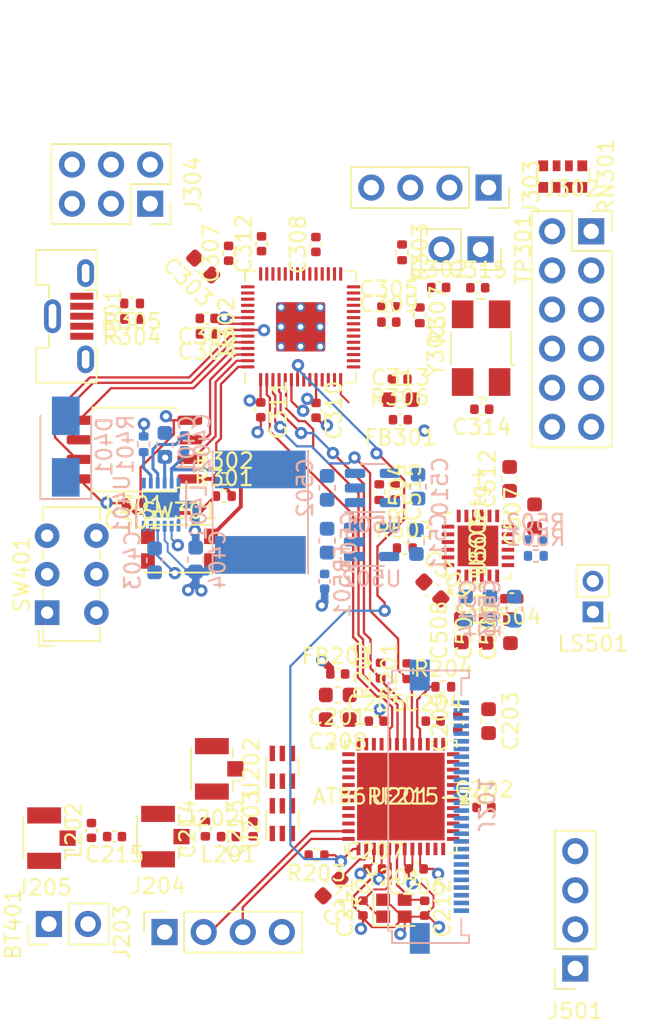
<source format=kicad_pcb>
(kicad_pcb (version 20211014) (generator pcbnew)

  (general
    (thickness 1.723)
  )

  (paper "A4")
  (layers
    (0 "F.Cu" signal)
    (1 "In1.Cu" signal)
    (2 "In2.Cu" signal)
    (31 "B.Cu" signal)
    (32 "B.Adhes" user "B.Adhesive")
    (33 "F.Adhes" user "F.Adhesive")
    (34 "B.Paste" user)
    (35 "F.Paste" user)
    (36 "B.SilkS" user "B.Silkscreen")
    (37 "F.SilkS" user "F.Silkscreen")
    (38 "B.Mask" user)
    (39 "F.Mask" user)
    (40 "Dwgs.User" user "User.Drawings")
    (41 "Cmts.User" user "User.Comments")
    (42 "Eco1.User" user "User.Eco1")
    (43 "Eco2.User" user "User.Eco2")
    (44 "Edge.Cuts" user)
    (45 "Margin" user)
    (46 "B.CrtYd" user "B.Courtyard")
    (47 "F.CrtYd" user "F.Courtyard")
    (48 "B.Fab" user)
    (49 "F.Fab" user)
    (50 "User.1" user)
    (51 "User.2" user)
    (52 "User.3" user)
    (53 "User.4" user)
    (54 "User.5" user)
    (55 "User.6" user)
    (56 "User.7" user)
    (57 "User.8" user)
    (58 "User.9" user)
  )

  (setup
    (stackup
      (layer "F.SilkS" (type "Top Silk Screen"))
      (layer "F.Paste" (type "Top Solder Paste"))
      (layer "F.Mask" (type "Top Solder Mask") (thickness 0.01))
      (layer "F.Cu" (type "copper") (thickness 0.035))
      (layer "dielectric 1" (type "core") (thickness 0.2021) (material "FR4") (epsilon_r 4.5) (loss_tangent 0.02))
      (layer "In1.Cu" (type "copper") (thickness 0.0175))
      (layer "dielectric 2" (type "prepreg") (thickness 1.1938) (material "FR4") (epsilon_r 4.5) (loss_tangent 0.02))
      (layer "In2.Cu" (type "copper") (thickness 0.0175))
      (layer "dielectric 3" (type "core") (thickness 0.2021) (material "FR4") (epsilon_r 4.5) (loss_tangent 0.02))
      (layer "B.Cu" (type "copper") (thickness 0.035))
      (layer "B.Mask" (type "Bottom Solder Mask") (thickness 0.01))
      (layer "B.Paste" (type "Bottom Solder Paste"))
      (layer "B.SilkS" (type "Bottom Silk Screen"))
      (copper_finish "Immersion gold")
      (dielectric_constraints no)
    )
    (pad_to_mask_clearance 0)
    (pcbplotparams
      (layerselection 0x00010fc_ffffffff)
      (disableapertmacros false)
      (usegerberextensions false)
      (usegerberattributes true)
      (usegerberadvancedattributes true)
      (creategerberjobfile true)
      (svguseinch false)
      (svgprecision 6)
      (excludeedgelayer true)
      (plotframeref false)
      (viasonmask false)
      (mode 1)
      (useauxorigin false)
      (hpglpennumber 1)
      (hpglpenspeed 20)
      (hpglpendiameter 15.000000)
      (dxfpolygonmode true)
      (dxfimperialunits true)
      (dxfusepcbnewfont true)
      (psnegative false)
      (psa4output false)
      (plotreference true)
      (plotvalue true)
      (plotinvisibletext false)
      (sketchpadsonfab false)
      (subtractmaskfromsilk false)
      (outputformat 1)
      (mirror false)
      (drillshape 1)
      (scaleselection 1)
      (outputdirectory "")
    )
  )

  (net 0 "")
  (net 1 "Net-(BT401-Pad1)")
  (net 2 "GND")
  (net 3 "/RF/EVDD_3V3")
  (net 4 "Net-(C208-Pad1)")
  (net 5 "Net-(C209-Pad1)")
  (net 6 "Net-(C210-Pad1)")
  (net 7 "/RF/XTAL0")
  (net 8 "/RF/XTAL1")
  (net 9 "Net-(C213-Pad1)")
  (net 10 "Net-(C214-Pad1)")
  (net 11 "Net-(J205-Pad1)")
  (net 12 "/rp2040/RPI_3V3")
  (net 13 "/power/PGOOD")
  (net 14 "/rp2040/RPI_1V1")
  (net 15 "/rp2040/XIN")
  (net 16 "Net-(C315-Pad1)")
  (net 17 "Net-(C401-Pad1)")
  (net 18 "Net-(C402-Pad1)")
  (net 19 "Net-(C402-Pad2)")
  (net 20 "/power/VBIAS")
  (net 21 "/rp2040/PER_3V3")
  (net 22 "/audio/AVDD_1V8")
  (net 23 "GNDA")
  (net 24 "/audio/DVDDIO_3V3")
  (net 25 "Net-(C505-Pad2)")
  (net 26 "Net-(C506-Pad2)")
  (net 27 "Net-(C508-Pad2)")
  (net 28 "Net-(C509-Pad2)")
  (net 29 "/audio/DVDD_1V8")
  (net 30 "/audio/MIC_N")
  (net 31 "Net-(C513-Pad2)")
  (net 32 "Net-(C514-Pad1)")
  (net 33 "/audio/MIC_P")
  (net 34 "/power/VUSB")
  (net 35 "/RF/FE24_A")
  (net 36 "/RF/FE24_B")
  (net 37 "/RF/RXCLK_P")
  (net 38 "/RF/RXCLK_N")
  (net 39 "/RF/RXD24_P")
  (net 40 "/RF/RXD24_N")
  (net 41 "/RF/RXD09_P")
  (net 42 "/RF/RX09D_N")
  (net 43 "/RF/RF09_P")
  (net 44 "/RF/RF09_N")
  (net 45 "/RF/RF24_P")
  (net 46 "/RF/RF24_N")
  (net 47 "/RF/TXCLK_P")
  (net 48 "/RF/TXCLK_N")
  (net 49 "/RF/TXD_P")
  (net 50 "/RF/TXD_N")
  (net 51 "Net-(J202-Pad1)")
  (net 52 "/RF/FE09_A")
  (net 53 "/RF/FE09_B")
  (net 54 "/rp2040/USB_P")
  (net 55 "unconnected-(J301-Pad4)")
  (net 56 "/rp2040/USB_N")
  (net 57 "/audio/MAX_SCL")
  (net 58 "/audio/MAX_SDA")
  (net 59 "/rp2040/PER_IRQ")
  (net 60 "/rp2040/VOLUME")
  (net 61 "/rp2040/BOOST")
  (net 62 "/rp2040/PTT")
  (net 63 "/rp2040/SIGNAL_DETECT")
  (net 64 "/rp2040/TX_ACTIVE")
  (net 65 "/rp2040/SWCLK")
  (net 66 "/rp2040/SWDIO")
  (net 67 "/rp2040/FPGA_MISO")
  (net 68 "/rp2040/FPGA_CSN")
  (net 69 "/rp2040/FPGA_MOSI")
  (net 70 "/rp2040/FPGA_SCK")
  (net 71 "/audio/SPKR+")
  (net 72 "/audio/SPKR-")
  (net 73 "/RF/AT86RF_SCK")
  (net 74 "/RF/AT86RF_CSN")
  (net 75 "/RF/AT86RF_RSTN")
  (net 76 "/RF/AT86RF_IRQ")
  (net 77 "/rp2040/FLASH_CSN")
  (net 78 "Net-(R302-Pad2)")
  (net 79 "Net-(R304-Pad1)")
  (net 80 "Net-(R305-Pad1)")
  (net 81 "/rp2040/XOUT")
  (net 82 "Net-(R401-Pad2)")
  (net 83 "/audio/MAX_IRQ")
  (net 84 "unconnected-(SW401-Pad3)")
  (net 85 "unconnected-(U201-Pad22)")
  (net 86 "/RF/AT86RF_MOSI")
  (net 87 "/RF/AT86RF_MISO")
  (net 88 "/rp2040/FLASH_SDO")
  (net 89 "/rp2040/FLASH_IO2")
  (net 90 "/rp2040/FLASH_SDI")
  (net 91 "/rp2040/FLASH_SCK")
  (net 92 "/rp2040/FLASH_IO3")
  (net 93 "unconnected-(U302-Pad41)")
  (net 94 "unconnected-(U302-Pad40)")
  (net 95 "/rp2040/BAT_SENSE")
  (net 96 "unconnected-(U302-Pad37)")
  (net 97 "/audio/BCLK")
  (net 98 "/audio/MCLK")
  (net 99 "/audio/SDOUT")
  (net 100 "/audio/SDIN")
  (net 101 "/audio/LRCLK")
  (net 102 "unconnected-(U302-Pad9)")
  (net 103 "unconnected-(U302-Pad8)")
  (net 104 "unconnected-(U401-Pad11)")
  (net 105 "unconnected-(U501-Pad4)")
  (net 106 "unconnected-(U502-Pad4)")
  (net 107 "unconnected-(U503-Pad20)")
  (net 108 "unconnected-(U503-Pad21)")

  (footprint "Capacitor_SMD:C_0402_1005Metric" (layer "F.Cu") (at 30.74 63.06 180))

  (footprint "footprints2:AT86RF215-ZU" (layer "F.Cu") (at 41.94 60.46))

  (footprint "Capacitor_SMD:C_0402_1005Metric" (layer "F.Cu") (at 41.91 35.985 180))

  (footprint "Capacitor_SMD:C_0603_1608Metric" (layer "F.Cu") (at 49.01 39.83 90))

  (footprint "Connector_PinSocket_2.54mm:PinSocket_1x04_P2.54mm_Vertical" (layer "F.Cu") (at 53.275 71.625 180))

  (footprint "Button_Switch_THT:SW_E-Switch_EG1271_DPDT" (layer "F.Cu") (at 18.96 48.5175 90))

  (footprint "Capacitor_SMD:C_0402_1005Metric" (layer "F.Cu") (at 39.48 67.7 90))

  (footprint "Capacitor_SMD:C_0402_1005Metric" (layer "F.Cu") (at 29.24 62.56 90))

  (footprint "Capacitor_SMD:C_0402_1005Metric" (layer "F.Cu") (at 23.34 63.06 180))

  (footprint "Capacitor_SMD:C_0402_1005Metric" (layer "F.Cu") (at 32.84 35.345 -90))

  (footprint "Capacitor_SMD:C_0603_1608Metric" (layer "F.Cu") (at 49.06 49.72 90))

  (footprint "Capacitor_SMD:C_0603_1608Metric" (layer "F.Cu") (at 41.92 34.685))

  (footprint "Capacitor_SMD:C_0402_1005Metric" (layer "F.Cu") (at 44.04 55.56))

  (footprint "Capacitor_SMD:C_0402_1005Metric" (layer "F.Cu") (at 44.4 27.395))

  (footprint "Capacitor_SMD:C_0402_1005Metric" (layer "F.Cu") (at 49.15 47.61 180))

  (footprint "RF_Converter:Balun_Johanson_0896BM15A0001" (layer "F.Cu") (at 34.24 61.96 90))

  (footprint "Capacitor_SMD:C_0402_1005Metric" (layer "F.Cu") (at 29.36 29.405 180))

  (footprint "Capacitor_SMD:C_0603_1608Metric" (layer "F.Cu") (at 43.99 47.07 -45))

  (footprint "Connector_PinSocket_2.54mm:PinSocket_2x03_P2.54mm_Vertical" (layer "F.Cu") (at 25.655 21.955 -90))

  (footprint "footprints:max9860etg&plus_" (layer "F.Cu") (at 46.95 44.18 90))

  (footprint "Capacitor_SMD:C_0402_1005Metric" (layer "F.Cu") (at 21.84 62.66 90))

  (footprint "Crystal:Crystal_SMD_0603-4Pin_6.0x3.5mm" (layer "F.Cu") (at 47.1575 31.3375 90))

  (footprint "Button_Switch_SMD:SW_Push_1P1T_NO_CK_KMR2" (layer "F.Cu") (at 27.56 44.36))

  (footprint "Connector_Coaxial:U.FL_Hirose_U.FL-R-SMT-1_Vertical" (layer "F.Cu") (at 26.64 63.06 180))

  (footprint "Resistor_SMD:R_0402_1005Metric" (layer "F.Cu") (at 36.46 64.27 180))

  (footprint "Capacitor_SMD:C_0402_1005Metric" (layer "F.Cu") (at 45.64 55.66 90))

  (footprint "Resistor_SMD:R_0402_1005Metric" (layer "F.Cu") (at 42.02 25.115 -90))

  (footprint "Resistor_SMD:R_0402_1005Metric" (layer "F.Cu") (at 30.46 39.825))

  (footprint "Capacitor_SMD:C_0402_1005Metric" (layer "F.Cu") (at 41.57 40.68 -90))

  (footprint "Capacitor_SMD:C_0402_1005Metric" (layer "F.Cu") (at 47.2 35.305 180))

  (footprint "Package_SO:SOIC-8_5.23x5.23mm_P1.27mm" (layer "F.Cu") (at 24.63 37.925 180))

  (footprint "Connector_PinHeader_2.00mm:PinHeader_1x02_P2.00mm_Vertical" (layer "F.Cu") (at 54.42 48.47 180))

  (footprint "Resistor_SMD:R_0402_1005Metric" (layer "F.Cu") (at 42.2 44.33))

  (footprint "Connector_PinSocket_2.54mm:PinSocket_2x06_P2.54mm_Vertical" (layer "F.Cu") (at 54.31 23.75))

  (footprint "Connector_PinHeader_2.54mm:PinHeader_1x02_P2.54mm_Vertical" (layer "F.Cu")
    (tedit 59FED5CC) (tstamp 6ad85662-a353-4d4e-81ce-6df73ec39695)
    (at 19.075 68.735 90)
    (descr "Through hole straight pin header, 1x02, 2.54mm pitch, single row")
    (tags "Through hole pin header THT 1x02 2.54mm single row")
    (property "Digikey" "NoPart")
    (property "Sheetfile" "power.kicad_sch")
    (property "Sheetname" "power")
    (path "/9069c059-1f9b-41b6-a1d4-f44eb12afe7d/8eec0153-25d5-483d-8ddf-97e48d88b3f3")
  
... [293149 chars truncated]
</source>
